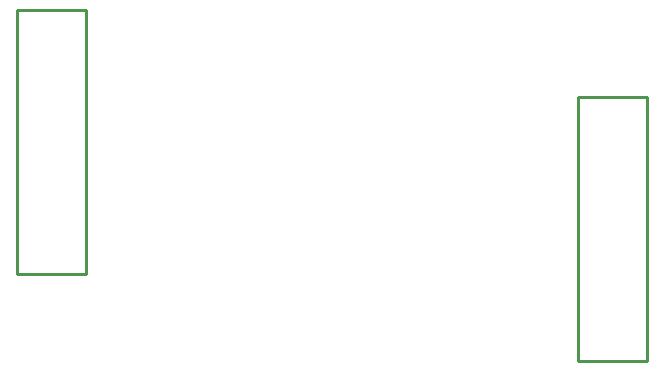
<source format=gbr>
%TF.GenerationSoftware,Altium Limited,Altium Designer,19.1.8 (144)*%
G04 Layer_Color=1930808*
%FSLAX26Y26*%
%MOIN*%
%TF.FileFunction,Other,Board*%
%TF.Part,Single*%
G01*
G75*
%TA.AperFunction,NonConductor*%
%ADD22C,0.010000*%
D22*
X2776614Y161102D02*
Y1041024D01*
X2778189Y161102D02*
X3004961D01*
Y1041024D01*
X2776614D02*
X3003386D01*
X906496Y448819D02*
Y1328740D01*
X908071Y448819D02*
X1134842D01*
Y1328740D01*
X906496D02*
X1133268D01*
%TF.MD5,4324c6e0ccb4401835e8e7229c34b70b*%
M02*

</source>
